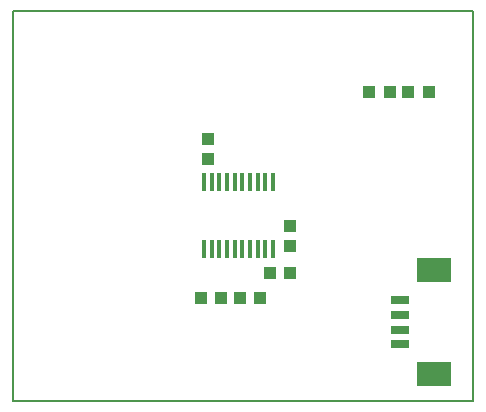
<source format=gtp>
%FSAX24Y24*%
%MOIN*%
G70*
G01*
G75*
G04 Layer_Color=8421504*
%ADD10R,0.1181X0.0827*%
%ADD11R,0.0630X0.0315*%
%ADD12R,0.0433X0.0394*%
%ADD13R,0.0394X0.0433*%
%ADD14R,0.0118X0.0630*%
%ADD15C,0.0157*%
%ADD16C,0.0094*%
%ADD17C,0.0080*%
%ADD18C,0.0591*%
%ADD19R,0.0591X0.0591*%
%ADD20C,0.0665*%
%ADD21R,0.0665X0.0665*%
%ADD22C,0.1874*%
%ADD23C,0.0472*%
%ADD24C,0.0079*%
%ADD25C,0.0098*%
%ADD26C,0.0140*%
%ADD27C,0.0100*%
%ADD28C,0.0059*%
D10*
X071181Y086280D02*
D03*
Y089764D02*
D03*
D11*
X070039Y087283D02*
D03*
Y087776D02*
D03*
Y088268D02*
D03*
Y088760D02*
D03*
D12*
X070315Y095709D02*
D03*
X070984D02*
D03*
X069685Y095709D02*
D03*
X069016D02*
D03*
X066378Y089646D02*
D03*
X065709D02*
D03*
X065354Y088819D02*
D03*
X064685D02*
D03*
X063386D02*
D03*
X064055D02*
D03*
D13*
X066378Y091220D02*
D03*
Y090551D02*
D03*
X063622Y094134D02*
D03*
Y093465D02*
D03*
D14*
X063494Y090453D02*
D03*
X063750D02*
D03*
X064006D02*
D03*
X064262D02*
D03*
X064518D02*
D03*
X064774D02*
D03*
X065030D02*
D03*
X065285D02*
D03*
X065541D02*
D03*
X065797D02*
D03*
X063494Y092697D02*
D03*
X063750D02*
D03*
X064006D02*
D03*
X064262D02*
D03*
X064518D02*
D03*
X064774D02*
D03*
X065030D02*
D03*
X065285D02*
D03*
X065541D02*
D03*
X065797D02*
D03*
D17*
X057126Y085394D02*
Y098386D01*
X072480Y085394D02*
Y098386D01*
X057126D02*
X072480D01*
X057126Y085394D02*
X072480D01*
M02*

</source>
